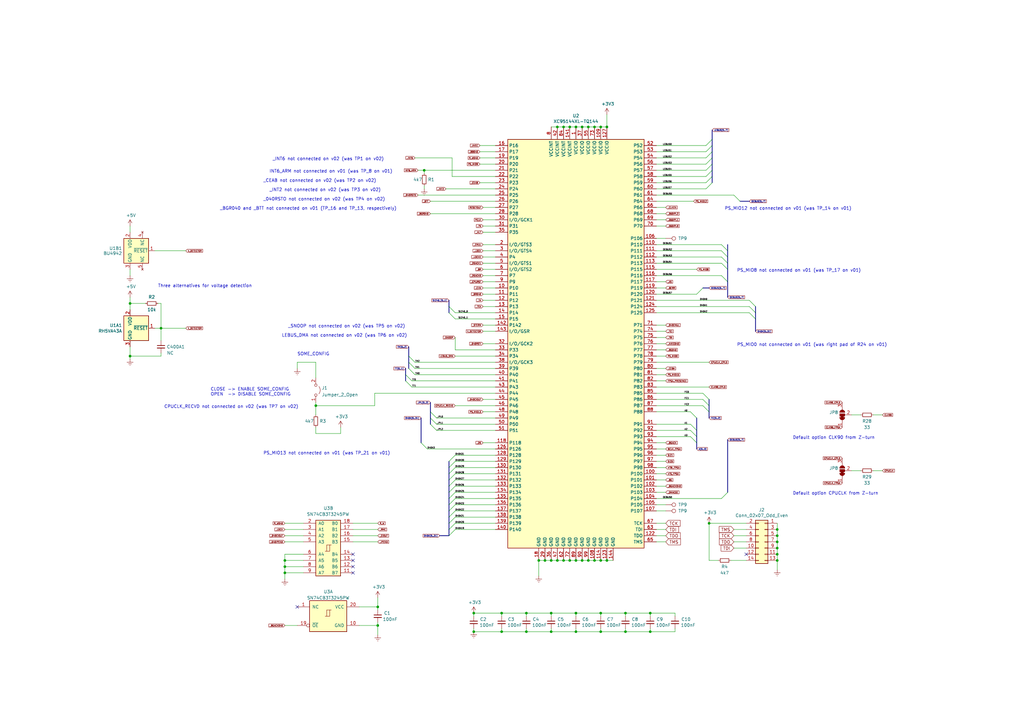
<source format=kicad_sch>
(kicad_sch (version 20230121) (generator eeschema)
  (paper "A3")
  (title_block (title "Z3660 by sHaNsHe (Double H Tech)") (date "2024-10-04") (rev "v0.22") (comment 1 "v0.21d Changed fan header to right angle and three pins") (comment 2 "v0.21e no changes in schematics") (comment 3 "v0.22 Add CPLD programing PCF8574"))
  (junction (at 318.77 229.87))
  (junction (at 256.54 259.08))
  (junction (at 220.98 229.87))
  (junction (at 205.74 259.08))
  (junction (at 236.22 229.87))
  (junction (at 243.84 52.07))
  (junction (at 194.31 251.46))
  (junction (at 205.74 251.46))
  (junction (at 248.92 52.07))
  (junction (at 215.9 251.46))
  (junction (at 236.22 259.08))
  (junction (at 318.77 217.17))
  (junction (at 238.76 52.07))
  (junction (at 231.14 229.87))
  (junction (at 266.7 251.46))
  (junction (at 233.68 52.07))
  (junction (at 241.3 52.07))
  (junction (at 318.77 224.79))
  (junction (at 228.6 52.07))
  (junction (at 241.3 229.87))
  (junction (at 236.22 251.46))
  (junction (at 248.92 229.87))
  (junction (at 246.38 229.87))
  (junction (at 226.06 229.87))
  (junction (at 53.34 124.46))
  (junction (at 256.54 251.46))
  (junction (at 226.06 251.46))
  (junction (at 116.84 234.95))
  (junction (at 318.77 219.71))
  (junction (at 246.38 251.46))
  (junction (at 290.83 214.63))
  (junction (at 215.9 259.08))
  (junction (at 154.94 248.92))
  (junction (at 236.22 52.07))
  (junction (at 266.7 259.08))
  (junction (at 231.14 52.07))
  (junction (at 129.54 166.37))
  (junction (at 116.84 229.87))
  (junction (at 66.04 134.62))
  (junction (at 53.34 146.05))
  (junction (at 223.52 229.87))
  (junction (at 233.68 229.87))
  (junction (at 116.84 232.41))
  (junction (at 226.06 259.08))
  (junction (at 246.38 259.08))
  (junction (at 243.84 229.87))
  (junction (at 246.38 52.07))
  (junction (at 238.76 229.87))
  (junction (at 154.94 256.54))
  (junction (at 318.77 227.33))
  (junction (at 194.31 259.08))
  (junction (at 318.77 222.25))
  (junction (at 173.99 69.85))
  (junction (at 228.6 229.87))
  (no_connect (at 306.07 227.33))
  (no_connect (at 144.78 229.87))
  (no_connect (at 121.92 248.92))
  (no_connect (at 144.78 234.95))
  (no_connect (at 144.78 232.41))
  (no_connect (at 144.78 227.33))
  (bus_entry (at 186.69 207.01) (size -2.54 2.54))
  (bus_entry (at 285.75 120.65) (size 2.54 -2.54))
  (bus_entry (at 184.15 125.73) (size 2.54 2.54))
  (bus_entry (at 176.53 173.99) (size 2.54 2.54))
  (bus_entry (at 283.21 176.53) (size 2.54 2.54))
  (bus_entry (at 295.91 105.41) (size 2.54 2.54))
  (bus_entry (at 307.34 128.27) (size 2.54 2.54))
  (bus_entry (at 288.29 163.83) (size 2.54 2.54))
  (bus_entry (at 300.99 80.01) (size 2.54 2.54))
  (bus_entry (at 186.69 201.93) (size -2.54 2.54))
  (bus_entry (at 186.69 217.17) (size -2.54 2.54))
  (bus_entry (at 295.91 113.03) (size 2.54 2.54))
  (bus_entry (at 283.21 179.07) (size 2.54 2.54))
  (bus_entry (at 295.91 107.95) (size 2.54 2.54))
  (bus_entry (at 186.69 214.63) (size -2.54 2.54))
  (bus_entry (at 307.34 123.19) (size 2.54 2.54))
  (bus_entry (at 295.91 100.33) (size 2.54 2.54))
  (bus_entry (at 167.64 146.05) (size 2.54 2.54))
  (bus_entry (at 289.56 74.93) (size 2.54 -2.54))
  (bus_entry (at 295.91 102.87) (size 2.54 2.54))
  (bus_entry (at 184.15 128.27) (size 2.54 2.54))
  (bus_entry (at 186.69 199.39) (size -2.54 2.54))
  (bus_entry (at 166.37 156.21) (size 2.54 2.54))
  (bus_entry (at 283.21 173.99) (size 2.54 2.54))
  (bus_entry (at 184.15 191.77) (size 2.54 -2.54))
  (bus_entry (at 176.53 171.45) (size 2.54 2.54))
  (bus_entry (at 289.56 67.31) (size 2.54 -2.54))
  (bus_entry (at 167.64 151.13) (size 2.54 2.54))
  (bus_entry (at 295.91 204.47) (size 2.54 -2.54))
  (bus_entry (at 184.15 189.23) (size 2.54 -2.54))
  (bus_entry (at 289.56 59.69) (size 2.54 -2.54))
  (bus_entry (at 167.64 148.59) (size 2.54 2.54))
  (bus_entry (at 289.56 77.47) (size 2.54 -2.54))
  (bus_entry (at 186.69 212.09) (size -2.54 2.54))
  (bus_entry (at 184.15 194.31) (size 2.54 -2.54))
  (bus_entry (at 289.56 64.77) (size 2.54 -2.54))
  (bus_entry (at 186.69 209.55) (size -2.54 2.54))
  (bus_entry (at 309.88 128.27) (size -2.54 -2.54))
  (bus_entry (at 288.29 161.29) (size 2.54 2.54))
  (bus_entry (at 289.56 69.85) (size 2.54 -2.54))
  (bus_entry (at 186.69 196.85) (size -2.54 2.54))
  (bus_entry (at 289.56 72.39) (size 2.54 -2.54))
  (bus_entry (at 289.56 62.23) (size 2.54 -2.54))
  (bus_entry (at 176.53 168.91) (size 2.54 2.54))
  (bus_entry (at 288.29 166.37) (size 2.54 2.54))
  (bus_entry (at 172.72 181.61) (size 2.54 2.54))
  (bus_entry (at 166.37 153.67) (size 2.54 2.54))
  (bus_entry (at 283.21 168.91) (size 2.54 2.54))
  (bus_entry (at 186.69 204.47) (size -2.54 2.54))
  (bus_entry (at 184.15 196.85) (size 2.54 -2.54))
  (wire (pts (xy 353.06 170.18) (xy 349.25 170.18)))
  (wire (pts (xy 266.7 259.08) (xy 266.7 257.81)))
  (wire (pts (xy 231.14 52.07) (xy 233.68 52.07)))
  (wire (pts (xy 179.07 171.45) (xy 203.2 171.45)))
  (wire (pts (xy 121.92 151.13) (xy 121.92 148.59)))
  (wire (pts (xy 53.34 147.32) (xy 53.34 146.05)))
  (wire (pts (xy 66.04 144.78) (xy 66.04 146.05)))
  (wire (pts (xy 226.06 251.46) (xy 236.22 251.46)))
  (wire (pts (xy 198.12 123.19) (xy 203.2 123.19)))
  (wire (pts (xy 124.46 214.63) (xy 116.84 214.63)))
  (wire (pts (xy 269.24 166.37) (xy 288.29 166.37)))
  (bus (pts (xy 184.15 199.39) (xy 184.15 201.93)))
  (wire (pts (xy 186.69 209.55) (xy 203.2 209.55)))
  (wire (pts (xy 215.9 259.08) (xy 215.9 257.81)))
  (wire (pts (xy 269.24 214.63) (xy 273.05 214.63)))
  (wire (pts (xy 361.95 193.04) (xy 358.14 193.04)))
  (wire (pts (xy 318.77 217.17) (xy 318.77 219.71)))
  (wire (pts (xy 186.69 138.43) (xy 186.69 143.51)))
  (wire (pts (xy 116.84 256.54) (xy 121.92 256.54)))
  (wire (pts (xy 116.84 229.87) (xy 116.84 232.41)))
  (wire (pts (xy 273.05 186.69) (xy 269.24 186.69)))
  (bus (pts (xy 172.72 171.45) (xy 172.72 181.61)))
  (wire (pts (xy 266.7 259.08) (xy 276.86 259.08)))
  (bus (pts (xy 166.37 153.67) (xy 166.37 156.21)))
  (wire (pts (xy 266.7 251.46) (xy 276.86 251.46)))
  (wire (pts (xy 269.24 80.01) (xy 300.99 80.01)))
  (wire (pts (xy 198.12 120.65) (xy 203.2 120.65)))
  (wire (pts (xy 198.12 107.95) (xy 203.2 107.95)))
  (wire (pts (xy 269.24 69.85) (xy 289.56 69.85)))
  (wire (pts (xy 176.53 87.63) (xy 203.2 87.63)))
  (wire (pts (xy 273.05 87.63) (xy 269.24 87.63)))
  (wire (pts (xy 198.12 133.35) (xy 203.2 133.35)))
  (wire (pts (xy 256.54 259.08) (xy 266.7 259.08)))
  (wire (pts (xy 236.22 257.81) (xy 236.22 259.08)))
  (bus (pts (xy 166.37 151.13) (xy 166.37 153.67)))
  (bus (pts (xy 292.1 64.77) (xy 292.1 67.31)))
  (wire (pts (xy 269.24 64.77) (xy 289.56 64.77)))
  (wire (pts (xy 129.54 148.59) (xy 129.54 154.94)))
  (bus (pts (xy 167.64 148.59) (xy 167.64 151.13)))
  (wire (pts (xy 273.05 189.23) (xy 269.24 189.23)))
  (wire (pts (xy 144.78 222.25) (xy 154.94 222.25)))
  (wire (pts (xy 194.31 259.08) (xy 205.74 259.08)))
  (wire (pts (xy 269.24 62.23) (xy 289.56 62.23)))
  (wire (pts (xy 170.18 151.13) (xy 203.2 151.13)))
  (wire (pts (xy 241.3 229.87) (xy 238.76 229.87)))
  (bus (pts (xy 184.15 209.55) (xy 184.15 212.09)))
  (wire (pts (xy 121.92 148.59) (xy 129.54 148.59)))
  (wire (pts (xy 318.77 227.33) (xy 318.77 229.87)))
  (wire (pts (xy 124.46 219.71) (xy 116.84 219.71)))
  (wire (pts (xy 185.42 64.77) (xy 185.42 72.39)))
  (wire (pts (xy 185.42 72.39) (xy 203.2 72.39)))
  (wire (pts (xy 170.18 148.59) (xy 203.2 148.59)))
  (wire (pts (xy 236.22 229.87) (xy 233.68 229.87)))
  (wire (pts (xy 248.92 229.87) (xy 246.38 229.87)))
  (wire (pts (xy 238.76 229.87) (xy 236.22 229.87)))
  (wire (pts (xy 269.24 74.93) (xy 289.56 74.93)))
  (wire (pts (xy 168.91 156.21) (xy 203.2 156.21)))
  (wire (pts (xy 226.06 259.08) (xy 226.06 257.81)))
  (bus (pts (xy 298.45 107.95) (xy 298.45 110.49)))
  (bus (pts (xy 184.15 204.47) (xy 184.15 207.01)))
  (wire (pts (xy 231.14 229.87) (xy 228.6 229.87)))
  (wire (pts (xy 246.38 252.73) (xy 246.38 251.46)))
  (wire (pts (xy 269.24 179.07) (xy 283.21 179.07)))
  (wire (pts (xy 269.24 125.73) (xy 307.34 125.73)))
  (wire (pts (xy 153.67 161.29) (xy 203.2 161.29)))
  (wire (pts (xy 53.34 124.46) (xy 53.34 121.92)))
  (wire (pts (xy 353.06 193.04) (xy 349.25 193.04)))
  (wire (pts (xy 179.07 176.53) (xy 203.2 176.53)))
  (wire (pts (xy 269.24 123.19) (xy 307.34 123.19)))
  (bus (pts (xy 292.1 53.34) (xy 292.1 57.15)))
  (wire (pts (xy 269.24 107.95) (xy 295.91 107.95)))
  (bus (pts (xy 176.53 171.45) (xy 176.53 173.99)))
  (wire (pts (xy 269.24 217.17) (xy 273.05 217.17)))
  (bus (pts (xy 184.15 194.31) (xy 184.15 196.85)))
  (wire (pts (xy 318.77 219.71) (xy 318.77 222.25)))
  (wire (pts (xy 246.38 257.81) (xy 246.38 259.08)))
  (bus (pts (xy 288.29 118.11) (xy 290.83 118.11)))
  (wire (pts (xy 66.04 134.62) (xy 76.2 134.62)))
  (wire (pts (xy 198.12 100.33) (xy 203.2 100.33)))
  (wire (pts (xy 273.05 115.57) (xy 269.24 115.57)))
  (wire (pts (xy 236.22 52.07) (xy 238.76 52.07)))
  (bus (pts (xy 292.1 67.31) (xy 292.1 69.85)))
  (wire (pts (xy 175.26 184.15) (xy 203.2 184.15)))
  (wire (pts (xy 186.69 194.31) (xy 203.2 194.31)))
  (wire (pts (xy 144.78 219.71) (xy 154.94 219.71)))
  (wire (pts (xy 53.34 146.05) (xy 53.34 142.24)))
  (wire (pts (xy 269.24 176.53) (xy 283.21 176.53)))
  (wire (pts (xy 139.7 175.26) (xy 139.7 177.8)))
  (wire (pts (xy 170.18 153.67) (xy 203.2 153.67)))
  (wire (pts (xy 124.46 232.41) (xy 116.84 232.41)))
  (wire (pts (xy 198.12 110.49) (xy 203.2 110.49)))
  (bus (pts (xy 290.83 163.83) (xy 290.83 166.37)))
  (wire (pts (xy 273.05 196.85) (xy 269.24 196.85)))
  (wire (pts (xy 248.92 52.07) (xy 248.92 46.99)))
  (wire (pts (xy 284.48 82.55) (xy 269.24 82.55)))
  (wire (pts (xy 198.12 115.57) (xy 203.2 115.57)))
  (wire (pts (xy 273.05 143.51) (xy 269.24 143.51)))
  (wire (pts (xy 273.05 207.01) (xy 269.24 207.01)))
  (wire (pts (xy 226.06 252.73) (xy 226.06 251.46)))
  (bus (pts (xy 176.53 165.1) (xy 176.53 168.91)))
  (wire (pts (xy 198.12 163.83) (xy 203.2 163.83)))
  (wire (pts (xy 269.24 100.33) (xy 295.91 100.33)))
  (wire (pts (xy 266.7 251.46) (xy 266.7 252.73)))
  (bus (pts (xy 298.45 110.49) (xy 298.45 115.57)))
  (bus (pts (xy 292.1 59.69) (xy 292.1 62.23)))
  (wire (pts (xy 300.99 224.79) (xy 306.07 224.79)))
  (wire (pts (xy 153.67 166.37) (xy 153.67 161.29)))
  (bus (pts (xy 309.88 125.73) (xy 309.88 128.27)))
  (wire (pts (xy 269.24 59.69) (xy 289.56 59.69)))
  (wire (pts (xy 182.88 77.47) (xy 203.2 77.47)))
  (bus (pts (xy 298.45 100.33) (xy 298.45 102.87)))
  (wire (pts (xy 59.69 124.46) (xy 53.34 124.46)))
  (wire (pts (xy 196.85 59.69) (xy 203.2 59.69)))
  (wire (pts (xy 173.99 76.2) (xy 173.99 77.47)))
  (bus (pts (xy 184.15 196.85) (xy 184.15 199.39)))
  (wire (pts (xy 269.24 153.67) (xy 273.05 153.67)))
  (wire (pts (xy 53.34 92.71) (xy 53.34 95.25)))
  (wire (pts (xy 124.46 234.95) (xy 116.84 234.95)))
  (wire (pts (xy 223.52 229.87) (xy 220.98 229.87)))
  (wire (pts (xy 198.12 105.41) (xy 203.2 105.41)))
  (wire (pts (xy 300.99 219.71) (xy 306.07 219.71)))
  (wire (pts (xy 269.24 158.75) (xy 290.83 158.75)))
  (wire (pts (xy 269.24 168.91) (xy 283.21 168.91)))
  (wire (pts (xy 273.05 201.93) (xy 269.24 201.93)))
  (wire (pts (xy 66.04 124.46) (xy 66.04 134.62)))
  (wire (pts (xy 236.22 252.73) (xy 236.22 251.46)))
  (wire (pts (xy 186.69 143.51) (xy 203.2 143.51)))
  (bus (pts (xy 184.15 123.19) (xy 184.15 125.73)))
  (wire (pts (xy 269.24 128.27) (xy 307.34 128.27)))
  (wire (pts (xy 186.69 189.23) (xy 203.2 189.23)))
  (wire (pts (xy 186.69 196.85) (xy 203.2 196.85)))
  (bus (pts (xy 184.15 212.09) (xy 184.15 214.63)))
  (wire (pts (xy 228.6 229.87) (xy 226.06 229.87)))
  (wire (pts (xy 186.69 191.77) (xy 203.2 191.77)))
  (wire (pts (xy 198.12 90.17) (xy 203.2 90.17)))
  (wire (pts (xy 236.22 259.08) (xy 246.38 259.08)))
  (bus (pts (xy 184.15 214.63) (xy 184.15 217.17)))
  (bus (pts (xy 285.75 176.53) (xy 285.75 179.07)))
  (wire (pts (xy 124.46 229.87) (xy 116.84 229.87)))
  (wire (pts (xy 269.24 191.77) (xy 273.05 191.77)))
  (wire (pts (xy 186.69 207.01) (xy 203.2 207.01)))
  (wire (pts (xy 205.74 251.46) (xy 215.9 251.46)))
  (wire (pts (xy 269.24 72.39) (xy 289.56 72.39)))
  (bus (pts (xy 309.88 128.27) (xy 309.88 130.81)))
  (wire (pts (xy 243.84 52.07) (xy 246.38 52.07)))
  (wire (pts (xy 129.54 177.8) (xy 139.7 177.8)))
  (wire (pts (xy 205.74 259.08) (xy 215.9 259.08)))
  (wire (pts (xy 194.31 251.46) (xy 205.74 251.46)))
  (wire (pts (xy 294.64 229.87) (xy 290.83 229.87)))
  (wire (pts (xy 226.06 229.87) (xy 223.52 229.87)))
  (wire (pts (xy 269.24 219.71) (xy 273.05 219.71)))
  (wire (pts (xy 299.72 229.87) (xy 306.07 229.87)))
  (wire (pts (xy 53.34 127) (xy 53.34 124.46)))
  (wire (pts (xy 173.99 69.85) (xy 173.99 71.12)))
  (wire (pts (xy 116.84 227.33) (xy 116.84 229.87)))
  (bus (pts (xy 184.15 219.71) (xy 180.34 219.71)))
  (wire (pts (xy 256.54 252.73) (xy 256.54 251.46)))
  (wire (pts (xy 215.9 259.08) (xy 226.06 259.08)))
  (wire (pts (xy 269.24 173.99) (xy 283.21 173.99)))
  (wire (pts (xy 226.06 52.07) (xy 228.6 52.07)))
  (wire (pts (xy 66.04 146.05) (xy 53.34 146.05)))
  (bus (pts (xy 303.53 82.55) (xy 307.34 82.55)))
  (wire (pts (xy 269.24 120.65) (xy 285.75 120.65)))
  (wire (pts (xy 269.24 102.87) (xy 295.91 102.87)))
  (bus (pts (xy 167.64 142.24) (xy 167.64 146.05)))
  (wire (pts (xy 215.9 251.46) (xy 226.06 251.46)))
  (wire (pts (xy 361.95 170.18) (xy 358.14 170.18)))
  (wire (pts (xy 256.54 257.81) (xy 256.54 259.08)))
  (wire (pts (xy 198.12 85.09) (xy 203.2 85.09)))
  (wire (pts (xy 63.5 134.62) (xy 66.04 134.62)))
  (wire (pts (xy 273.05 97.79) (xy 269.24 97.79)))
  (wire (pts (xy 53.34 113.03) (xy 53.34 110.49)))
  (wire (pts (xy 318.77 224.79) (xy 318.77 227.33)))
  (wire (pts (xy 186.69 199.39) (xy 203.2 199.39)))
  (bus (pts (xy 309.88 130.81) (xy 309.88 135.89)))
  (bus (pts (xy 285.75 181.61) (xy 285.75 184.15)))
  (wire (pts (xy 236.22 251.46) (xy 246.38 251.46)))
  (bus (pts (xy 290.83 168.91) (xy 290.83 171.45)))
  (wire (pts (xy 64.77 124.46) (xy 66.04 124.46)))
  (wire (pts (xy 246.38 52.07) (xy 248.92 52.07)))
  (wire (pts (xy 243.84 229.87) (xy 241.3 229.87)))
  (wire (pts (xy 186.69 128.27) (xy 203.2 128.27)))
  (wire (pts (xy 273.05 140.97) (xy 269.24 140.97)))
  (wire (pts (xy 154.94 260.35) (xy 154.94 256.54)))
  (wire (pts (xy 168.91 158.75) (xy 203.2 158.75)))
  (wire (pts (xy 269.24 222.25) (xy 273.05 222.25)))
  (wire (pts (xy 196.85 74.93) (xy 203.2 74.93)))
  (wire (pts (xy 198.12 92.71) (xy 203.2 92.71)))
  (wire (pts (xy 171.45 80.01) (xy 203.2 80.01)))
  (bus (pts (xy 298.45 102.87) (xy 298.45 105.41)))
  (wire (pts (xy 196.85 62.23) (xy 203.2 62.23)))
  (wire (pts (xy 186.69 217.17) (xy 203.2 217.17)))
  (wire (pts (xy 194.31 259.08) (xy 194.31 257.81)))
  (bus (pts (xy 298.45 180.34) (xy 298.45 201.93)))
  (wire (pts (xy 194.31 251.46) (xy 194.31 252.73)))
  (wire (pts (xy 269.24 204.47) (xy 295.91 204.47)))
  (wire (pts (xy 318.77 229.87) (xy 318.77 233.68)))
  (wire (pts (xy 129.54 166.37) (xy 129.54 170.18)))
  (wire (pts (xy 154.94 245.11) (xy 154.94 248.92)))
  (wire (pts (xy 269.24 151.13) (xy 273.05 151.13)))
  (wire (pts (xy 269.24 184.15) (xy 273.05 184.15)))
  (wire (pts (xy 186.69 166.37) (xy 203.2 166.37)))
  (wire (pts (xy 246.38 259.08) (xy 256.54 259.08)))
  (wire (pts (xy 205.74 251.46) (xy 205.74 252.73)))
  (wire (pts (xy 129.54 166.37) (xy 129.54 165.1)))
  (wire (pts (xy 269.24 161.29) (xy 288.29 161.29)))
  (wire (pts (xy 171.45 69.85) (xy 173.99 69.85)))
  (bus (pts (xy 184.15 191.77) (xy 184.15 194.31)))
  (bus (pts (xy 184.15 207.01) (xy 184.15 209.55)))
  (wire (pts (xy 246.38 229.87) (xy 243.84 229.87)))
  (wire (pts (xy 220.98 229.87) (xy 220.98 236.22)))
  (wire (pts (xy 129.54 177.8) (xy 129.54 175.26)))
  (bus (pts (xy 184.15 125.73) (xy 184.15 128.27)))
  (wire (pts (xy 186.69 186.69) (xy 203.2 186.69)))
  (wire (pts (xy 154.94 256.54) (xy 154.94 255.27)))
  (wire (pts (xy 76.2 102.87) (xy 63.5 102.87)))
  (wire (pts (xy 186.69 204.47) (xy 203.2 204.47)))
  (wire (pts (xy 198.12 125.73) (xy 203.2 125.73)))
  (wire (pts (xy 205.74 259.08) (xy 205.74 257.81)))
  (wire (pts (xy 170.18 64.77) (xy 185.42 64.77)))
  (wire (pts (xy 124.46 222.25) (xy 116.84 222.25)))
  (wire (pts (xy 196.85 64.77) (xy 203.2 64.77)))
  (wire (pts (xy 129.54 166.37) (xy 153.67 166.37)))
  (wire (pts (xy 186.69 130.81) (xy 203.2 130.81)))
  (bus (pts (xy 292.1 62.23) (xy 292.1 64.77)))
  (wire (pts (xy 186.69 212.09) (xy 203.2 212.09)))
  (wire (pts (xy 269.24 90.17) (xy 273.05 90.17)))
  (bus (pts (xy 184.15 189.23) (xy 184.15 191.77)))
  (wire (pts (xy 276.86 259.08) (xy 276.86 257.81)))
  (wire (pts (xy 198.12 168.91) (xy 203.2 168.91)))
  (wire (pts (xy 246.38 251.46) (xy 256.54 251.46)))
  (wire (pts (xy 306.07 222.25) (xy 300.99 222.25)))
  (wire (pts (xy 318.77 214.63) (xy 318.77 217.17)))
  (bus (pts (xy 292.1 72.39) (xy 292.1 74.93)))
  (wire (pts (xy 147.32 248.92) (xy 154.94 248.92)))
  (wire (pts (xy 186.69 146.05) (xy 203.2 146.05)))
  (wire (pts (xy 269.24 113.03) (xy 295.91 113.03)))
  (wire (pts (xy 256.54 251.46) (xy 266.7 251.46)))
  (wire (pts (xy 273.05 135.89) (xy 269.24 135.89)))
  (wire (pts (xy 124.46 217.17) (xy 116.84 217.17)))
  (wire (pts (xy 269.24 194.31) (xy 273.05 194.31)))
  (wire (pts (xy 273.05 85.09) (xy 269.24 85.09)))
  (wire (pts (xy 198.12 140.97) (xy 203.2 140.97)))
  (wire (pts (xy 269.24 148.59) (xy 290.83 148.59)))
  (wire (pts (xy 251.46 229.87) (xy 248.92 229.87)))
  (wire (pts (xy 318.77 222.25) (xy 318.77 224.79)))
  (bus (pts (xy 290.83 166.37) (xy 290.83 168.91)))
  (wire (pts (xy 290.83 214.63) (xy 306.07 214.63)))
  (wire (pts (xy 285.75 110.49) (xy 269.24 110.49)))
  (wire (pts (xy 144.78 217.17) (xy 154.94 217.17)))
  (wire (pts (xy 124.46 227.33) (xy 116.84 227.33)))
  (wire (pts (xy 116.84 232.41) (xy 116.84 234.95)))
  (wire (pts (xy 179.07 173.99) (xy 203.2 173.99)))
  (wire (pts (xy 66.04 139.7) (xy 66.04 134.62)))
  (wire (pts (xy 269.24 163.83) (xy 288.29 163.83)))
  (wire (pts (xy 233.68 229.87) (xy 231.14 229.87)))
  (wire (pts (xy 238.76 52.07) (xy 241.3 52.07)))
  (wire (pts (xy 196.85 67.31) (xy 203.2 67.31)))
  (wire (pts (xy 198.12 95.25) (xy 203.2 95.25)))
  (wire (pts (xy 198.12 113.03) (xy 203.2 113.03)))
  (bus (pts (xy 285.75 179.07) (xy 285.75 181.61)))
  (wire (pts (xy 226.06 259.08) (xy 236.22 259.08)))
  (wire (pts (xy 273.05 92.71) (xy 269.24 92.71)))
  (bus (pts (xy 292.1 57.15) (xy 292.1 59.69)))
  (wire (pts (xy 273.05 199.39) (xy 269.24 199.39)))
  (wire (pts (xy 198.12 102.87) (xy 203.2 102.87)))
  (wire (pts (xy 269.24 77.47) (xy 289.56 77.47)))
  (wire (pts (xy 198.12 181.61) (xy 203.2 181.61)))
  (wire (pts (xy 300.99 217.17) (xy 306.07 217.17)))
  (wire (pts (xy 273.05 181.61) (xy 269.24 181.61)))
  (wire (pts (xy 233.68 52.07) (xy 236.22 52.07)))
  (wire (pts (xy 186.69 214.63) (xy 203.2 214.63)))
  (wire (pts (xy 273.05 146.05) (xy 269.24 146.05)))
  (wire (pts (xy 116.84 234.95) (xy 116.84 237.49)))
  (wire (pts (xy 144.78 214.63) (xy 154.94 214.63)))
  (wire (pts (xy 276.86 251.46) (xy 276.86 252.73)))
  (wire (pts (xy 241.3 52.07) (xy 243.84 52.07)))
  (wire (pts (xy 186.69 201.93) (xy 203.2 201.93)))
  (wire (pts (xy 273.05 118.11) (xy 269.24 118.11)))
  (wire (pts (xy 176.53 82.55) (xy 203.2 82.55)))
  (bus (pts (xy 167.64 146.05) (xy 167.64 148.59)))
  (wire (pts (xy 269.24 156.21) (xy 273.05 156.21)))
  (wire (pts (xy 228.6 52.07) (xy 231.14 52.07)))
  (bus (pts (xy 298.45 115.57) (xy 298.45 121.92)))
  (bus (pts (xy 184.15 201.93) (xy 184.15 204.47)))
  (wire (pts (xy 173.99 69.85) (xy 203.2 69.85)))
  (wire (pts (xy 273.05 133.35) (xy 269.24 133.35)))
  (wire (pts (xy 273.05 138.43) (xy 269.24 138.43)))
  (wire (pts (xy 290.83 229.87) (xy 290.83 214.63)))
  (wire (pts (xy 198.12 135.89) (xy 203.2 135.89)))
  (wire (pts (xy 198.12 118.11) (xy 203.2 118.11)))
  (bus (pts (xy 176.53 168.91) (xy 176.53 171.45)))
  (wire (pts (xy 215.9 251.46) (xy 215.9 252.73)))
  (wire (pts (xy 269.24 209.55) (xy 273.05 209.55)))
  (wire (pts (xy 269.24 67.31) (xy 289.56 67.31)))
  (wire (pts (xy 147.32 256.54) (xy 154.94 256.54)))
  (wire (pts (xy 154.94 250.19) (xy 154.94 248.92)))
  (bus (pts (xy 292.1 69.85) (xy 292.1 72.39)))
  (wire (pts (xy 269.24 105.41) (xy 295.91 105.41)))
  (bus (pts (xy 285.75 171.45) (xy 285.75 176.53)))
  (bus (pts (xy 184.15 217.17) (xy 184.15 219.71)))
  (bus (pts (xy 298.45 105.41) (xy 298.45 107.95)))
  (text "Default option CLK90 from Z-turn" (at 325.12 180.34 0) (effects (font (size 1.27 1.27)) (justify left bottom)))
  (text "Three alternatives for voltage detection" (at 64.77 118.11 0) (effects (font (size 1.27 1.27)) (justify left bottom)))
  (text "LEBUS_DMA not connected on v02 (was TP6 on v02)" (at 115.57 138.43 0) (effects (font (size 1.27 1.27)) (justify left bottom)))
  (text "INT6_ARM not connected on v01 (was TP_8 on v01)" (at 110.49 71.12 0) (effects (font (size 1.27 1.27)) (justify left bottom)))
  (text "Default option CPUCLK from Z-turn" (at 325.12 203.2 0) (effects (font (size 1.27 1.27)) (justify left bottom)))
  (text "PS_MIO12 not connected on v01 (was TP_14 on v01)" (at 297.18 86.36 0) (effects (font (size 1.27 1.27)) (justify left bottom)))
  (text "PS_MIO8 not connected on v01 (was TP_17 on v01)" (at 302.26 111.76 0) (effects (font (size 1.27 1.27)) (justify left bottom)))
  (text "_CEAB not connected on v02 (was TP2 on v02)" (at 107.95 74.93 0) (effects (font (size 1.27 1.27)) (justify left bottom)))
  (text "_040RSTO not connected on v02 (was TP4 on v02)" (at 107.95 82.55 0) (effects (font (size 1.27 1.27)) (justify left bottom)))
  (text "_INT2 not connected on v02 (was TP3 on v02)" (at 110.49 78.74 0) (effects (font (size 1.27 1.27)) (justify left bottom)))
  (text "SOME_CONFIG" (at 121.92 146.05 0) (effects (font (size 1.27 1.27)) (justify left bottom)))
  (text "_SNOOP not connected on v02 (was TP5 on v02)" (at 118.11 134.62 0) (effects (font (size 1.27 1.27)) (justify left bottom)))
  (text "PS_MIO0 not connected on v01 (was right pad of R24 on v01)" (at 302.26 142.24 0) (effects (font (size 1.27 1.27)) (justify left bottom)))
  (text "CLOSE -> ENABLE SOME_CONFIG\nOPEN  -> DISABLE SOME_CONFIG" (at 86.36 162.56 0) (effects (font (size 1.27 1.27)) (justify left bottom)))
  (text "CPUCLK_RECVD not connected on v02 (was TP7 on v02)" (at 67.31 167.64 0) (effects (font (size 1.27 1.27)) (justify left bottom)))
  (text "_INT6 not connected on v02 (was TP1 on v02)" (at 111.76 66.04 0) (effects (font (size 1.27 1.27)) (justify left bottom)))
  (text "_BGR040 and _BTT not connected on v01 (TP_16 and TP_13, respectively)" (at 90.17 86.36 0) (effects (font (size 1.27 1.27)) (justify left bottom)))
  (text "PS_MIO13 not connected on v01 (was TP_21 on v01)" (at 107.95 186.69 0) (effects (font (size 1.27 1.27)) (justify left bottom)))
  (label "FC2" (at 280.67 166.37 0) (effects (font (size 0.635 0.635))))
  (label "040A27" (at 186.69 196.85 0) (effects (font (size 0.635 0.635))))
  (label "LEBUS4" (at 271.78 69.85 0) (effects (font (size 0.635 0.635))))
  (label "040A1" (at 287.02 125.73 0) (effects (font (size 0.635 0.635))))
  (label "040A20" (at 186.69 214.63 0) (effects (font (size 0.635 0.635))))
  (label "A1" (at 280.67 173.99 0) (effects (font (size 0.635 0.635))))
  (label "040A26" (at 186.69 199.39 0) (effects (font (size 0.635 0.635))))
  (label "LEBUS1" (at 271.78 62.23 0) (effects (font (size 0.635 0.635))))
  (label "OEBUS1" (at 271.78 100.33 0) (effects (font (size 0.635 0.635))))
  (label "OEBUS2" (at 271.78 102.87 0) (effects (font (size 0.635 0.635))))
  (label "040A31" (at 186.69 186.69 0) (effects (font (size 0.635 0.635))))
  (label "SIZ40_0" (at 187.96 128.27 0) (effects (font (size 0.635 0.635))))
  (label "040A24" (at 186.69 204.47 0) (effects (font (size 0.635 0.635))))
  (label "040A22" (at 186.69 209.55 0) (effects (font (size 0.635 0.635))))
  (label "040A23" (at 186.69 207.01 0) (effects (font (size 0.635 0.635))))
  (label "OEBUS3" (at 271.78 105.41 0) (effects (font (size 0.635 0.635))))
  (label "TT1" (at 168.91 158.75 0) (effects (font (size 0.635 0.635))))
  (label "SIZ40_1" (at 187.96 130.81 0) (effects (font (size 0.635 0.635))))
  (label "FC1" (at 280.67 163.83 0) (effects (font (size 0.635 0.635))))
  (label "040A19" (at 186.69 217.17 0) (effects (font (size 0.635 0.635))))
  (label "040A28" (at 186.69 194.31 0) (effects (font (size 0.635 0.635))))
  (label "A0" (at 280.67 168.91 0) (effects (font (size 0.635 0.635))))
  (label "040A0" (at 287.02 123.19 0) (effects (font (size 0.635 0.635))))
  (label "OEBUS4" (at 271.78 107.95 0) (effects (font (size 0.635 0.635))))
  (label "LEBUS5" (at 271.78 72.39 0) (effects (font (size 0.635 0.635))))
  (label "LEBUS0" (at 271.78 59.69 0) (effects (font (size 0.635 0.635))))
  (label "040A25" (at 186.69 201.93 0) (effects (font (size 0.635 0.635))))
  (label "OEBUS7" (at 271.78 120.65 0) (effects (font (size 0.635 0.635))))
  (label "OEBUS5" (at 271.78 80.01 0) (effects (font (size 0.635 0.635))))
  (label "040A21" (at 186.69 212.09 0) (effects (font (size 0.635 0.635))))
  (label "_IPL1" (at 179.07 173.99 0) (effects (font (size 0.635 0.635))))
  (label "A3" (at 280.67 179.07 0) (effects (font (size 0.635 0.635))))
  (label "TM2" (at 170.18 148.59 0) (effects (font (size 0.635 0.635))))
  (label "LEBUS3" (at 271.78 67.31 0) (effects (font (size 0.635 0.635))))
  (label "040A29" (at 186.69 191.77 0) (effects (font (size 0.635 0.635))))
  (label "FC0" (at 280.67 161.29 0) (effects (font (size 0.635 0.635))))
  (label "A2" (at 280.67 176.53 0) (effects (font (size 0.635 0.635))))
  (label "OEBUS6" (at 271.78 113.03 0) (effects (font (size 0.635 0.635))))
  (label "TM1" (at 170.18 151.13 0) (effects (font (size 0.635 0.635))))
  (label "_IPL0" (at 179.07 171.45 0) (effects (font (size 0.635 0.635))))
  (label "LEBUS2" (at 271.78 64.77 0) (effects (font (size 0.635 0.635))))
  (label "040A3" (at 175.26 184.15 0) (effects (font (size 0.635 0.635))))
  (label "TM0" (at 170.18 153.67 0) (effects (font (size 0.635 0.635))))
  (label "040A2" (at 287.02 128.27 0) (effects (font (size 0.635 0.635))))
  (label "OEBUS0" (at 271.78 204.47 0) (effects (font (size 0.635 0.635))))
  (label "LEBUS6" (at 271.78 74.93 0) (effects (font (size 0.635 0.635))))
  (label "LEBUS7" (at 271.78 77.47 0) (effects (font (size 0.635 0.635))))
  (label "040A30" (at 186.69 189.23 0) (effects (font (size 0.635 0.635))))
  (label "TT0" (at 168.91 156.21 0) (effects (font (size 0.635 0.635))))
  (label "_IPL2" (at 179.07 176.53 0) (effects (font (size 0.635 0.635))))
  (global_label "_IPEND" (shape input) (at 154.94 222.25 0) (effects (font (size 0.635 0.635))) (property "Intersheetrefs" "${INTERSHEET_REFS}" (effects hide)))
  (global_label "PS_MIO0" (shape input) (at 273.05 146.05 0) (effects (font (size 0.635 0.635))) (property "Intersheetrefs" "${INTERSHEET_REFS}" (effects hide)))
  (global_label "PCLK" (shape input) (at 198.12 90.17 180) (effects (font (size 0.635 0.635))) (property "Intersheetrefs" "${INTERSHEET_REFS}" (effects hide)))
  (global_label "OEBUS[0..7]" (shape input) (at 307.34 82.55 0) (effects (font (size 0.635 0.635))) (property "Intersheetrefs" "${INTERSHEET_REFS}" (effects hide)))
  (global_label "_CEBA" (shape input) (at 273.05 151.13 0) (effects (font (size 0.635 0.635))) (property "Intersheetrefs" "${INTERSHEET_REFS}" (effects hide)))
  (global_label "_DSACK0" (shape input) (at 198.12 113.03 180) (effects (font (size 0.635 0.635))) (property "Intersheetrefs" "${INTERSHEET_REFS}" (effects hide)))
  (global_label "040A[0..31]" (shape input) (at 172.72 171.45 180) (effects (font (size 0.635 0.635))) (property "Intersheetrefs" "${INTERSHEET_REFS}" (effects hide)))
  (global_label "_INT2" (shape input) (at 182.88 77.47 180) (effects (font (size 0.635 0.635))) (property "Intersheetrefs" "${INTERSHEET_REFS}" (effects hide)))
  (global_label "_AVEC" (shape input) (at 196.85 59.69 180) (effects (font (size 0.635 0.635))) (property "Intersheetrefs" "${INTERSHEET_REFS}" (effects hide)))
  (global_label "PS_MIO15" (shape input) (at 273.05 153.67 0) (effects (font (size 0.635 0.635))) (property "Intersheetrefs" "${INTERSHEET_REFS}" (effects hide)))
  (global_label "CLK90" (shape input) (at 361.95 170.18 0) (effects (font (size 0.635 0.635))) (property "Intersheetrefs" "${INTERSHEET_REFS}" (effects hide)))
  (global_label "_BGACK040" (shape input) (at 273.05 199.39 0) (effects (font (size 0.635 0.635))) (property "Intersheetrefs" "${INTERSHEET_REFS}" (effects hide)))
  (global_label "TDO" (shape input) (at 273.05 219.71 0) (property "Intersheetrefs" "${INTERSHEET_REFS}" (effects hide)))
  (global_label "LEBUS_DMA" (shape input) (at 186.69 146.05 180) (effects (font (size 0.635 0.635))) (property "Intersheetrefs" "${INTERSHEET_REFS}" (effects hide)))
  (global_label "_INT6" (shape input) (at 170.18 64.77 180) (effects (font (size 0.635 0.635))) (property "Intersheetrefs" "${INTERSHEET_REFS}" (effects hide)))
  (global_label "_BERR" (shape input) (at 273.05 118.11 0) (effects (font (size 0.635 0.635))) (property "Intersheetrefs" "${INTERSHEET_REFS}" (effects hide)))
  (global_label "TDI" (shape input) (at 300.99 224.79 180) (property "Intersheetrefs" "${INTERSHEET_REFS}" (effects hide)))
  (global_label "LEBUS[0..7]" (shape input) (at 292.1 53.34 0) (effects (font (size 0.635 0.635))) (property "Intersheetrefs" "${INTERSHEET_REFS}" (effects hide)))
  (global_label "PS_MIO13" (shape input) (at 198.12 168.91 180) (effects (font (size 0.635 0.635))) (property "Intersheetrefs" "${INTERSHEET_REFS}" (effects hide)))
  (global_label "V_DETECTOR" (shape input) (at 198.12 135.89 180) (effects (font (size 0.635 0.635))) (property "Intersheetrefs" "${INTERSHEET_REFS}" (effects hide)))
  (global_label "_CPURST" (shape input) (at 198.12 115.57 180) (effects (font (size 0.635 0.635))) (property "Intersheetrefs" "${INTERSHEET_REFS}" (effects hide)))
  (global_label "V_DETECTOR" (shape input) (at 76.2 134.62 0) (effects (font (size 0.635 0.635))) (property "Intersheetrefs" "${INTERSHEET_REFS}" (effects hide)))
  (global_label "SIZ0" (shape input) (at 273.05 189.23 0) (effects (font (size 0.635 0.635))) (property "Intersheetrefs" "${INTERSHEET_REFS}" (effects hide)))
  (global_label "_040EMUL" (shape input) (at 273.05 133.35 0) (effects (font (size 0.635 0.635))) (property "Intersheetrefs" "${INTERSHEET_REFS}" (effects hide)))
  (global_label "_TCI" (shape input) (at 273.05 135.89 0) (effects (font (size 0.635 0.635))) (property "Intersheetrefs" "${INTERSHEET_REFS}" (effects hide)))
  (global_label "_BR040" (shape input) (at 198.12 120.65 180) (effects (font (size 0.635 0.635))) (property "Intersheetrefs" "${INTERSHEET_REFS}" (effects hide)))
  (global_label "OEBUS[0..7]" (shape input) (at 298.45 180.34 0) (effects (font (size 0.635 0.635))) (property "Intersheetrefs" "${INTERSHEET_REFS}" (effects hide)))
  (global_label "nTS_FPGA" (shape input) (at 273.05 194.31 0) (effects (font (size 0.635 0.635))) (property "Intersheetrefs" "${INTERSHEET_REFS}" (effects hide)))
  (global_label "CPUCLK_FPGA" (shape input) (at 345.44 198.12 180) (effects (font (size 0.635 0.635))) (property "Intersheetrefs" "${INTERSHEET_REFS}" (effects hide)))
  (global_label "SIZ1" (shape input) (at 273.05 186.69 0) (effects (font (size 0.635 0.635))) (property "Intersheetrefs" "${INTERSHEET_REFS}" (effects hide)))
  (global_label "TDI" (shape input) (at 273.05 217.17 0) (property "Intersheetrefs" "${INTERSHEET_REFS}" (effects hide)))
  (global_label "_AVEC040" (shape input) (at 273.05 140.97 0) (effects (font (size 0.635 0.635))) (property "Intersheetrefs" "${INTERSHEET_REFS}" (effects hide)))
  (global_label "_LOCK" (shape input) (at 198.12 102.87 180) (effects (font (size 0.635 0.635))) (property "Intersheetrefs" "${INTERSHEET_REFS}" (effects hide)))
  (global_label "_CLKEN" (shape input) (at 273.05 85.09 0) (effects (font (size 0.635 0.635))) (property "Intersheetrefs" "${INTERSHEET_REFS}" (effects hide)))
  (global_label "TMS" (shape input) (at 300.99 217.17 180) (property "Intersheetrefs" "${INTERSHEET_REFS}" (effects hide)))
  (global_label "040A[0..31]" (shape input) (at 180.34 219.71 180) (effects (font (size 0.635 0.635))) (property "Intersheetrefs" "${INTERSHEET_REFS}" (effects hide)))
  (global_label "BCLK_FPGA" (shape input) (at 273.05 184.15 0) (effects (font (size 0.635 0.635))) (property "Intersheetrefs" "${INTERSHEET_REFS}" (effects hide)))
  (global_label "TCK" (shape input) (at 300.99 219.71 180) (property "Intersheetrefs" "${INTERSHEET_REFS}" (effects hide)))
  (global_label "PS_MIO9" (shape input) (at 196.85 67.31 180) (effects (font (size 0.635 0.635))) (property "Intersheetrefs" "${INTERSHEET_REFS}" (effects hide)))
  (global_label "_CIOUT" (shape input) (at 154.94 219.71 0) (effects (font (size 0.635 0.635))) (property "Intersheetrefs" "${INTERSHEET_REFS}" (effects hide)))
  (global_label "CLK90_CPLD" (shape input) (at 345.44 165.1 180) (effects (font (size 0.635 0.635))) (property "Intersheetrefs" "${INTERSHEET_REFS}" (effects hide)))
  (global_label "_BG" (shape input) (at 273.05 196.85 0) (effects (font (size 0.635 0.635))) (property "Intersheetrefs" "${INTERSHEET_REFS}" (effects hide)))
  (global_label "CPUCLK_RECVD" (shape input) (at 186.69 166.37 180) (effects (font (size 0.635 0.635))) (property "Intersheetrefs" "${INTERSHEET_REFS}" (effects hide)))
  (global_label "OEBUS[0..7]" (shape input) (at 290.83 118.11 0) (effects (font (size 0.635 0.635))) (property "Intersheetrefs" "${INTERSHEET_REFS}" (effects hide)))
  (global_label "_040RSTI" (shape input) (at 198.12 140.97 180) (effects (font (size 0.635 0.635))) (property "Intersheetrefs" "${INTERSHEET_REFS}" (effects hide)))
  (global_label "CLK90_FPGA" (shape input) (at 345.44 175.26 180) (effects (font (size 0.635 0.635))) (property "Intersheetrefs" "${INTERSHEET_REFS}" (effects hide)))
  (global_label "CLK90_CPLD" (shape input) (at 290.83 158.75 0) (effects (font (size 0.635 0.635))) (property "Intersheetrefs" "${INTERSHEET_REFS}" (effects hide)))
  (global_label "nTBI_FPGA" (shape input) (at 273.05 191.77 0) (effects (font (size 0.635 0.635))) (property "Intersheetrefs" "${INTERSHEET_REFS}" (effects hide)))
  (global_label "OEBUS[0..7]" (shape input) (at 298.45 121.92 0) (effects (font (size 0.635 0.635))) (property "Intersheetrefs" "${INTERSHEET_REFS}" (effects hide)))
  (global_label "_EMUL" (shape input) (at 198.12 100.33 180) (effects (font (size 0.635 0.635))) (property "Intersheetrefs" "${INTERSHEET_REFS}" (effects hide)))
  (global_label "_TBI" (shape input) (at 273.05 138.43 0) (effects (font (size 0.635 0.635))) (property "Intersheetrefs" "${INTERSHEET_REFS}" (effects hide)))
  (global_label "_AS" (shape input) (at 273.05 115.57 0) (effects (font (size 0.635 0.635))) (property "Intersheetrefs" "${INTERSHEET_REFS}" (effects hide)))
  (global_label "V_DETECTOR" (shape input) (at 76.2 102.87 0) (effects (font (size 0.635 0.635))) (property "Intersheetrefs" "${INTERSHEET_REFS}" (effects hide)))
  (global_label "_TS" (shape input) (at 198.12 92.71 180) (effects (font (size 0.635 0.635))) (property "Intersheetrefs" "${INTERSHEET_REFS}" (effects hide)))
  (global_label "_CIIN" (shape input) (at 198.12 118.11 180) (effects (font (size 0.635 0.635))) (property "Intersheetrefs" "${INTERSHEET_REFS}" (effects hide)))
  (global_label "A[0..3]" (shape input) (at 285.75 184.15 0) (effects (font (size 0.635 0.635))) (property "Intersheetrefs" "${INTERSHEET_REFS}" (effects hide)))
  (global_label "_LOCK" (shape input) (at 116.84 217.17 180) (effects (font (size 0.635 0.635))) (property "Intersheetrefs" "${INTERSHEET_REFS}" (effects hide)))
  (global_label "RESETOUT" (shape input) (at 198.12 85.09 180) (effects (font (size 0.635 0.635))) (property "Intersheetrefs" "${INTERSHEET_REFS}" (effects hide)))
  (global_label "_BG040" (shape input) (at 273.05 143.51 0) (effects (font (size 0.635 0.635))) (property "Intersheetrefs" "${INTERSHEET_REFS}" (effects hide)))
  (global_label "_BTT" (shape input) (at 176.53 82.55 180) (effects (font (size 0.635 0.635))) (property "Intersheetrefs" "${INTERSHEET_REFS}" (effects hide)))
  (global_label "R_W040" (shape input) (at 196.85 64.77 180) (effects (font (size 0.635 0.635))) (property "Intersheetrefs" "${INTERSHEET_REFS}" (effects hide)))
  (global_label "SIZ40_[0..1]" (shape input) (at 184.15 123.19 180) (effects (font (size 0.635 0.635))) (property "Intersheetrefs" "${INTERSHEET_REFS}" (effects hide)))
  (global_label "_060IPL2" (shape input) (at 273.05 87.63 0) (effects (font (size 0.635 0.635))) (property "Intersheetrefs" "${INTERSHEET_REFS}" (effects hide)))
  (global_label "CPUCLK" (shape input) (at 361.95 193.04 0) (effects (font (size 0.635 0.635))) (property "Intersheetrefs" "${INTERSHEET_REFS}" (effects hide)))
  (global_label "_CEAB" (shape input) (at 196.85 74.93 180) (effects (font (size 0.635 0.635))) (property "Intersheetrefs" "${INTERSHEET_REFS}" (effects hide)))
  (global_label "_BB040" (shape input) (at 196.85 62.23 180) (effects (font (size 0.635 0.635))) (property "Intersheetrefs" "${INTERSHEET_REFS}" (effects hide)))
  (global_label "PS_MIO12" (shape input) (at 284.48 82.55 0) (effects (font (size 0.635 0.635))) (property "Intersheetrefs" "${INTERSHEET_REFS}" (effects hide)))
  (global_label "_HLT" (shape input) (at 198.12 95.25 180) (effects (font (size 0.635 0.635))) (property "Intersheetrefs" "${INTERSHEET_REFS}" (effects hide)))
  (global_label "_IPL[0..2]" (shape input) (at 176.53 165.1 180) (effects (font (size 0.635 0.635))) (property "Intersheetrefs" "${INTERSHEET_REFS}" (effects hide)))
  (global_label "_RMC" (shape input) (at 154.94 217.17 0) (effects (font (size 0.635 0.635))) (property "Intersheetrefs" "${INTERSHEET_REFS}" (effects hide)))
  (global_label "FPGA_PRESENCE" (shape input) (at 273.05 156.21 0) (effects (font (size 0.635 0.635))) (property "Intersheetrefs" "${INTERSHEET_REFS}" (effects hide)))
  (global_label "FC[0..2]" (shape input) (at 290.83 171.45 0) (effects (font (size 0.635 0.635))) (property "Intersheetrefs" "${INTERSHEET_REFS}" (effects hide)))
  (global_label "_BGACK" (shape input) (at 273.05 181.61 0) (effects (font (size 0.635 0.635))) (property "Intersheetrefs" "${INTERSHEET_REFS}" (effects hide)))
  (global_label "_LOCKE" (shape input) (at 198.12 105.41 180) (effects (font (size 0.635 0.635))) (property "Intersheetrefs" "${INTERSHEET_REFS}" (effects hide)))
  (global_label "_DS" (shape input) (at 198.12 181.61 180) (effects (font (size 0.635 0.635))) (property "Intersheetrefs" "${INTERSHEET_REFS}" (effects hide)))
  (global_label "_SNOOP" (shape input) (at 186.69 138.43 180) (effects (font (size 0.635 0.635))) (property "Intersheetrefs" "${INTERSHEET_REFS}" (effects hide)))
  (global_label "R_W040" (shape input) (at 116.84 214.63 180) (effects (font (size 0.635 0.635))) (property "Intersheetrefs" "${INTERSHEET_REFS}" (effects hide)))
  (global_label "_040IPEND" (shape input) (at 116.84 222.25 180) (effects (font (size 0.635 0.635))) (property "Intersheetrefs" "${INTERSHEET_REFS}" (effects hide)))
  (global_label "INT6_ARM" (shape input) (at 171.45 69.85 180) (effects (font (size 0.635 0.635))) (property "Intersheetrefs" "${INTERSHEET_REFS}" (effects hide)))
  (global_label "_040CIOUT" (shape input) (at 198.12 163.83 180) (effects (font (size 0.635 0.635))) (property "Intersheetrefs" "${INTERSHEET_REFS}" (effects hide)))
  (global_label "TDO" (shape input) (at 300.99 222.25 180) (property "Intersheetrefs" "${INTERSHEET_REFS}" (effects hide)))
  (global_label "_TA" (shape input) (at 198.12 123.19 180) (effects (font (size 0.635 0.635))) (property "Intersheetrefs" "${INTERSHEET_REFS}" (effects hide)))
  (global_label "R_W" (shape input) (at 154.94 214.63 0) (effects (font (size 0.635 0.635))) (property "Intersheetrefs" "${INTERSHEET_REFS}" (effects hide)))
  (global_label "_BGACK040" (shape input) (at 116.84 256.54 180) (effects (font (size 0.635 0.635))) (property "Intersheetrefs" "${INTERSHEET_REFS}" (effects hide)))
  (global_label "_DMACOE" (shape input) (at 273.05 201.93 0) (effects (font (size 0.635 0.635))) (property "Intersheetrefs" "${INTERSHEET_REFS}" (effects hide)))
  (global_label "_DSACK1" (shape input) (at 198.12 107.95 180) (effects (font (size 0.635 0.635))) (property "Intersheetrefs" "${INTERSHEET_REFS}" (effects hide)))
  (global_label "TT[0..1]" (shape input) (at 166.37 151.13 180) (effects (font (size 0.635 0.635))) (property "Intersheetrefs" "${INTERSHEET_REFS}" (effects hide)))
  (global_label "_040RSTO" (shape input) (at 171.45 80.01 180) (effects (font (size 0.635 0.635))) (property "Intersheetrefs" "${INTERSHEET_REFS}" (effects hide)))
  (global_label "_STERM" (shape input) (at 198.12 133.35 180) (effects (font (size 0.635 0.635))) (property "Intersheetrefs" "${INTERSHEET_REFS}" (effects hide)))
  (global_label "CPUCLK_CPLD" (shape input) (at 345.44 187.96 180) (effects (font (size 0.635 0.635))) (property "Intersheetrefs" "${INTERSHEET_REFS}" (effects hide)))
  (global_label "_BR" (shape input) (at 198.12 110.49 180) (effects (font (size 0.635 0.635))) (property "Intersheetrefs" "${INTERSHEET_REFS}" (effects hide)))
  (global_label "_060IPL1" (shape input) (at 273.05 90.17 0) (effects (font (size 0.635 0.635))) (property "Intersheetrefs" "${INTERSHEET_REFS}" (effects hide)))
  (global_label "TMS" (shape input) (at 273.05 222.25 0) (property "Intersheetrefs" "${INTERSHEET_REFS}" (effects hide)))
  (global_label "TM[0..2]" (shape input) (at 167.64 142.24 180) (effects (font (size 0.635 0.635))) (property "Intersheetrefs" "${INTERSHEET_REFS}" (effects hide)))
  (global_label "PS_MIO8" (shape input) (at 285.75 110.49 0) (effects (font (size 0.635 0.635))) (property "Intersheetrefs" "${INTERSHEET_REFS}" (effects hide)))
  (global_label "_BGR040" (shape input) (at 176.53 87.63 180) (effects (font (size 0.635 0.635))) (property "Intersheetrefs" "${INTERSHEET_REFS}" (effects hide)))
  (global_label "CPUCLK_CPLD" (shape input) (at 290.83 148.59 0) (effects (font (size 0.635 0.635))) (property "Intersheetrefs" "${INTERSHEET_REFS}" (effects hide)))
  (global_label "TCK" (shape input) (at 273.05 214.63 0) (property "Intersheetrefs" "${INTERSHEET_REFS}" (effects hide)))
  (global_label "_TEA" (shape input) (at 198.12 125.73 180) (effects (font (size 0.635 0.635))) (property "Intersheetrefs" "${INTERSHEET_REFS}" (effects hide)))
  (global_label "_040CIOUT" (shape input) (at 116.84 219.71 180) (effects (font (size 0.635 0.635))) (property "Intersheetrefs" "${INTERSHEET_REFS}" (effects hide)))
  (global_label "040A[0..31]" (shape input) (at 309.88 135.89 0) (effects (font (size 0.635 0.635))) (property "Intersheetrefs" "${INTERSHEET_REFS}" (effects hide)))
  (global_label "_060IPL0" (shape input) (at 273.05 92.71 0) (effects (font (size 0.635 0.635))) (property "Intersheetrefs" "${INTERSHEET_REFS}" (effects hide)))
  (symbol (lib_id "Device:C_Small") (at 205.74 255.27 0) (unit 1)
    (property "Reference" "C3" (at 208.28 254 0) (effects (justify left)))
    (property "Value" "100nF" (at 208.0768 256.413 0) (effects (justify left)))
    (property "Footprint" "Z3660_v02:C_0805_2012Metric_Pad1.18x1.45mm_HandSolder" (effects hide))
  )
  (symbol (lib_id "Device:C_Small") (at 215.9 255.27 0) (unit 1)
    (property "Reference" "C4" (at 218.44 254 0) (effects (justify left)))
    (property "Value" "100nF" (at 218.2368 256.413 0) (effects (justify left)))
    (property "Footprint" "Z3660_v02:C_0805_2012Metric_Pad1.18x1.45mm_HandSolder" (effects hide))
  )
  (symbol (lib_id "power:Earth") (at 194.31 259.08 0) (unit 1)
    (property "Reference" "#PWR013" (effects hide))
    (property "Value" "Earth" (effects hide))
  )
  (symbol (lib_id "Device:C_Small") (at 194.31 255.27 0) (unit 1)
    (property "Reference" "C2" (at 196.85 254 0) (effects (justify left)))
    (property "Value" "100nF" (at 196.6468 256.413 0) (effects (justify left)))
    (property "Footprint" "Z3660_v02:C_0805_2012Metric_Pad1.18x1.45mm_HandSolder" (effects hide))
  )
  (symbol (lib_id "Device:C_Small") (at 226.06 255.27 0) (unit 1)
    (property "Reference" "C5" (at 228.6 254 0) (effects (justify left)))
    (property "Value" "100nF" (at 228.3968 256.413 0) (effects (justify left)))
    (property "Footprint" "Z3660_v02:C_0805_2012Metric_Pad1.18x1.45mm_HandSolder" (effects hide))
  )
  (symbol (lib_id "Device:C_Small") (at 236.22 255.27 0) (unit 1)
    (property "Reference" "C6" (at 238.76 254 0) (effects (justify left)))
    (property "Value" "100nF" (at 238.5568 256.413 0) (effects (justify left)))
    (property "Footprint" "Z3660_v02:C_0805_2012Metric_Pad1.18x1.45mm_HandSolder" (effects hide))
  )
  (symbol (lib_id "Device:C_Small") (at 246.38 255.27 0) (unit 1)
    (property "Reference" "C7" (at 248.92 254 0) (effects (justify left)))
    (property "Value" "100nF" (at 248.7168 256.413 0) (effects (justify left)))
    (property "Footprint" "Z3660_v02:C_0805_2012Metric_Pad1.18x1.45mm_HandSolder" (effects hide))
  )
  (symbol (lib_id "Device:C_Small") (at 256.54 255.27 0) (unit 1)
    (property "Reference" "C8" (at 259.08 254 0) (effects (justify left)))
    (property "Value" "100nF" (at 258.8768 256.413 0) (effects (justify left)))
    (property "Footprint" "Z3660_v02:C_0805_2012Metric_Pad1.18x1.45mm_HandSolder" (effects hide))
  )
  (symbol (lib_id "Device:C_Small") (at 266.7 255.27 0) (unit 1)
    (property "Reference" "C9" (at 269.24 254 0) (effects (justify left)))
    (property "Value" "100nF" (at 269.0368 256.413 0) (effects (justify left)))
    (property "Footprint" "Z3660_v02:C_0805_2012Metric_Pad1.18x1.45mm_HandSolder" (effects hide))
  )
  (symbol (lib_id "Device:C_Small") (at 276.86 255.27 0) (unit 1)
    (property "Reference" "C10" (at 279.4 254 0) (effects (justify left)))
    (property "Value" "100nF" (at 279.1968 256.413 0) (effects (justify left)))
    (property "Footprint" "Z3660_v02:C_0805_2012Metric_Pad1.18x1.45mm_HandSolder" (effects hide))
  )
  (symbol (lib_id "power:+3V3") (at 194.31 251.46 0) (unit 1)
    (property "Reference" "#PWR012" (effects hide))
    (property "Value" "+3V3" (at 194.691 247.0658 0))
  )
  (symbol (lib_id "power:Earth") (at 220.98 236.22 0) (unit 1)
    (property "Reference" "#PWR09" (effects hide))
    (property "Value" "Earth" (effects hide))
  )
  (symbol (lib_id "power:+3V3") (at 248.92 46.99 0) (unit 1)
    (property "Reference" "#PWR01" (effects hide))
    (property "Value" "+3V3" (at 249.301 42.5958 0))
  )
  (symbol (lib_id "Connector_Generic:Conn_02x07_Odd_Even") (at 313.69 222.25 0) (mirror y) (unit 1)
    (property "Reference" "J2" (at 312.42 209.1182 0))
    (property "Value" "Conn_02x07_Odd_Even" (at 312.42 211.4296 0))
    (property "Footprint" "Z3660_v02:IDC-Header_2x07_P2.54mm_Vertical" (effects hide))
  )
  (symbol (lib_id "power:Earth") (at 318.77 233.68 0) (unit 1)
    (property "Reference" "#PWR08" (effects hide))
    (property "Value" "Earth" (effects hide))
  )
  (symbol (lib_id "power:+3V3") (at 290.83 214.63 0) (unit 1)
    (property "Reference" "#PWR07" (effects hide))
    (property "Value" "+3V3" (at 291.211 210.2358 0))
  )
  (symbol (lib_id "Device:R_Small") (at 297.18 229.87 90) (unit 1)
    (property "Reference" "R4" (at 297.18 232.41 90))
    (property "Value" "4k7" (at 297.18 234.95 90))
    (property "Footprint" "Z3660_v02:R_0805_2012Metric_Pad1.20x1.40mm_HandSolder" (effects hide))
  )
  (symbol (lib_id "A3660_Library:RH5VA43A") (at 53.34 134.62 0) (unit 1)
    (property "Reference" "U1A1" (at 50.038 133.4516 0) (effects (justify right)))
    (property "Value" "RH5VA43A" (at 50.038 135.763 0) (effects (justify right)))
    (property "Footprint" "Z3660_v02:SOT-89-3_Handsoldering" (effects hide))
    (property "Datasheet" "http://www.ti.com/lit/ds/sbvs193d/sbvs193d.pdf" (effects hide))
  )
  (symbol (lib_id "Device:R_Small") (at 62.23 124.46 270) (unit 1)
    (property "Reference" "R2" (at 62.23 121.8184 90))
    (property "Value" "10k" (at 62.23 127 90))
    (property "Footprint" "Z3660_v02:R_0805_2012Metric_Pad1.20x1.40mm_HandSolder" (effects hide))
  )
  (symbol (lib_id "power:+5V") (at 53.34 121.92 0) (unit 1)
    (property "Reference" "#PWR03" (effects hide))
    (property "Value" "+5V" (at 53.721 117.5258 0))
  )
  (symbol (lib_id "power:Earth") (at 53.34 147.32 0) (unit 1)
    (property "Reference" "#PWR04" (effects hide))
    (property "Value" "Earth" (effects hide))
  )
  (symbol (lib_id "Device:C_Small") (at 66.04 142.24 0) (unit 1)
    (property "Reference" "C400A1" (at 68.3768 142.24 0) (effects (justify left)))
    (property "Value" "NC" (at 69.85 144.78 0))
    (property "Footprint" "Z3660_v02:C_1812_4532Metric_Pad1.57x3.40mm_HandSolder" (effects hide))
  )
  (symbol (lib_id "Device:R_Small") (at 129.54 172.72 0) (unit 1)
    (property "Reference" "R3" (at 131.0386 172.72 0) (effects (justify left)))
    (property "Value" "4k7" (at 126.873 172.72 0))
    (property "Footprint" "Z3660_v02:R_0805_2012Metric_Pad1.20x1.40mm_HandSolder" (effects hide))
  )
  (symbol (lib_id "CPLD_Xilinx:XC95144XL-TQ144") (at 236.22 140.97 0) (unit 1)
    (property "Reference" "U2" (at 236.22 47.4726 0))
    (property "Value" "XC95144XL-TQ144" (at 236.22 49.784 0))
    (property "Footprint" "Z3660_v02:TQFP-144_20x20mm_P0.5mm" (effects hide))
    (property "Datasheet" "https://www.xilinx.com/support/documentation/data_sheets/ds056.pdf" (effects hide))
  )
  (symbol (lib_id "Device:R_Small") (at 173.99 73.66 0) (unit 1)
    (property "Reference" "R1" (at 175.4886 73.66 0) (effects (justify left)))
    (property "Value" "4k7" (at 171.323 73.66 0))
    (property "Footprint" "Z3660_v02:R_0805_2012Metric_Pad1.20x1.40mm_HandSolder" (effects hide))
  )
  (symbol (lib_id "power:Earth") (at 173.99 77.47 0) (unit 1)
    (property "Reference" "#PWR02" (effects hide))
    (property "Value" "Earth" (effects hide))
  )
  (symbol (lib_id "Z3660_v02:SN74CB3T3245PW") (at 134.62 224.79 0) (unit 2)
    (property "Reference" "U3" (at 134.6884 208.4369 0))
    (property "Value" "SN74CB3T3245PW" (at 134.5431 210.9066 0))
    (property "Footprint" "Z3660_v02:TSSOP-20_4.4x6.5mm_P0.65mm" (effects hide))
    (property "Datasheet" "https://www.ti.com/lit/ds/symlink/sn74cb3t3245.pdf" (effects hide))
  )
  (symbol (lib_id "Jumper:SolderJumper_3_Bridged12") (at 345.44 170.18 90) (unit 1)
    (property "Reference" "JP8" (at 343.7891 169.156 90) (effects (justify left)))
    (property "Value" "SolderJumper_3_Bridged12" (effects hide))
    (property "Footprint" "Z3660_v02:SolderJumper-3_P1.3mm_Bridged12_RoundedPad1.0x1.5mm_NumberLabels" (effects hide))
    (instances (project "Z3660_v022" (path "" (reference "JP8") (unit 1)) (path "" (reference "JP9") (unit 1))))
  )
  (symbol (lib_id "Z3660_v02:BU4942") (at 53.34 102.87 0) (unit 1)
    (property "Reference" "U1B1" (at 50.0381 101.846 0) (effects (justify right)))
    (property "Value" "BU4942" (at 50.0381 103.894 0) (effects (justify right)))
    (property "Footprint" "Z3660_v02:TSOP-5_1.65x3.05mm_P0.95mm" (effects hide))
    (property "Datasheet" "https://fscdn.rohm.com/en/products/databook/datasheet/ic/power/voltage_detector/bu48xxg-e.pdf" (effects hide))
  )
  (symbol (lib_id "power:+3V3") (at 139.7 175.26 0) (unit 1)
    (property "Reference" "#PWR06" (effects hide))
    (property "Value" "+3V3" (at 140.081 170.8658 0))
  )
  (symbol (lib_id "power:Earth") (at 121.92 151.13 0) (unit 1)
    (property "Reference" "#PWR05" (effects hide))
    (property "Value" "Earth" (effects hide))
  )
  (symbol (lib_id "power:Earth") (at 53.34 113.03 0) (unit 1)
    (property "Reference" "#PWR092" (effects hide))
    (property "Value" "Earth" (effects hide))
  )
  (symbol (lib_id "power:Earth") (at 116.84 237.49 0) (unit 1)
    (property "Reference" "#PWR010" (effects hide))
    (property "Value" "Earth" (effects hide))
  )
  (symbol (lib_id "Jumper:Jumper_2_Open") (at 129.54 160.02 270) (mirror x) (unit 1)
    (property "Reference" "J1" (at 131.953 159.1115 90) (effects (justify left)))
    (property "Value" "Jumper_2_Open" (at 131.953 161.8866 90) (effects (justify left)))
    (property "Footprint" "Z3660_v02:PinHeader_1x02_P2.54mm_Vertical" (effects hide))
  )
  (symbol (lib_id "power:Earth") (at 154.94 260.35 0) (unit 1)
    (property "Reference" "#PWR014" (effects hide))
    (property "Value" "Earth" (effects hide))
  )
  (symbol (lib_id "Z3660_v02:SN74CB3T3245PW") (at 134.62 251.46 0) (unit 1)
    (property "Reference" "U3" (at 134.62 242.6802 0))
    (property "Value" "SN74CB3T3245PW" (at 134.62 245.2171 0))
    (property "Footprint" "Z3660_v02:TSSOP-20_4.4x6.5mm_P0.65mm" (effects hide))
    (property "Datasheet" "https://www.ti.com/lit/ds/symlink/sn74cb3t3245.pdf" (effects hide))
  )
  (symbol (lib_id "power:+5V") (at 53.34 92.71 0) (unit 1)
    (property "Reference" "#PWR093" (effects hide))
    (property "Value" "+5V" (at 53.721 88.3158 0))
  )
  (symbol (lib_id "power:+3V3") (at 154.94 245.11 0) (unit 1)
    (property "Reference" "#PWR011" (effects hide))
    (property "Value" "+3V3" (at 155.321 240.7158 0))
  )
  (symbol (lib_id "Device:R_Small") (at 355.6 170.18 90) (unit 1)
    (property "Reference" "R28" (at 355.6 172.72 90))
    (property "Value" "33" (at 355.6 175.26 90))
    (property "Footprint" "Z3660_v02:R_0805_2012Metric_Pad1.20x1.40mm_HandSolder" (effects hide))
  )
  (symbol (lib_id "Connector:TestPoint") (at 273.05 209.55 270) (unit 1)
    (property "Reference" "TP9" (at 278.13 209.55 90) (effects (justify left)))
    (property "Value" "PCLK" (effects hide))
    (property "Footprint" "Z3660_v02:TestPoint_THTPad_2.0x2.0mm_Drill1.0mm" (effects hide))
    (instances (project "Z3660_v022" (path "" (reference "TP9") (unit 1)) (path "" (reference "DBG2") (unit 1))))
  )
  (symbol (lib_id "Device:R_Small") (at 355.6 193.04 90) (unit 1)
    (property "Reference" "R29" (at 355.6 195.58 90))
    (property "Value" "33" (at 355.6 198.12 90))
    (property "Footprint" "Z3660_v02:R_0805_2012Metric_Pad1.20x1.40mm_HandSolder" (effects hide))
  )
  (symbol (lib_id "Connector:TestPoint") (at 273.05 97.79 270) (unit 1)
    (property "Reference" "TP9" (at 278.13 97.79 90) (effects (justify left)))
    (property "Value" "PCLK" (effects hide))
    (property "Footprint" "Z3660_v02:TestPoint_THTPad_2.0x2.0mm_Drill1.0mm" (effects hide))
    (instances (project "Z3660_v022" (path "" (reference "TP9") (unit 1)) (path "" (reference "DBG1") (unit 1))))
  )
  (symbol (lib_id "Jumper:SolderJumper_3_Bridged12") (at 345.44 193.04 90) (unit 1)
    (property "Reference" "JP8" (at 343.7891 192.016 90) (effects (justify left)))
    (property "Value" "SolderJumper_3_Bridged12" (effects hide))
    (property "Footprint" "Z3660_v02:SolderJumper-3_P1.3mm_Bridged12_RoundedPad1.0x1.5mm_NumberLabels" (effects hide))
    (instances (project "Z3660_v022" (path "" (reference "JP8") (unit 1)) (path "" (reference "JP10") (unit 1))))
  )
  (symbol (lib_id "Connector:TestPoint") (at 273.05 207.01 270) (unit 1)
    (property "Reference" "TP9" (at 278.13 207.01 90) (effects (justify left)))
    (property "Value" "PCLK" (effects hide))
    (property "Footprint" "Z3660_v02:TestPoint_THTPad_2.0x2.0mm_Drill1.0mm" (effects hide))
    (instances (project "Z3660_v022" (path "" (reference "TP9") (unit 1)) (path "" (reference "DBG3") (unit 1))))
  )
  (symbol (lib_id "Device:C_Small") (at 154.94 252.73 0) (unit 1)
    (property "Reference" "C1" (at 157.48 251.46 0) (effects (justify left)))
    (property "Value" "100nF" (at 160.02 254 0))
    (property "Footprint" "Z3660_v02:C_0805_2012Metric_Pad1.18x1.45mm_HandSolder" (effects hide))
  )
)
</source>
